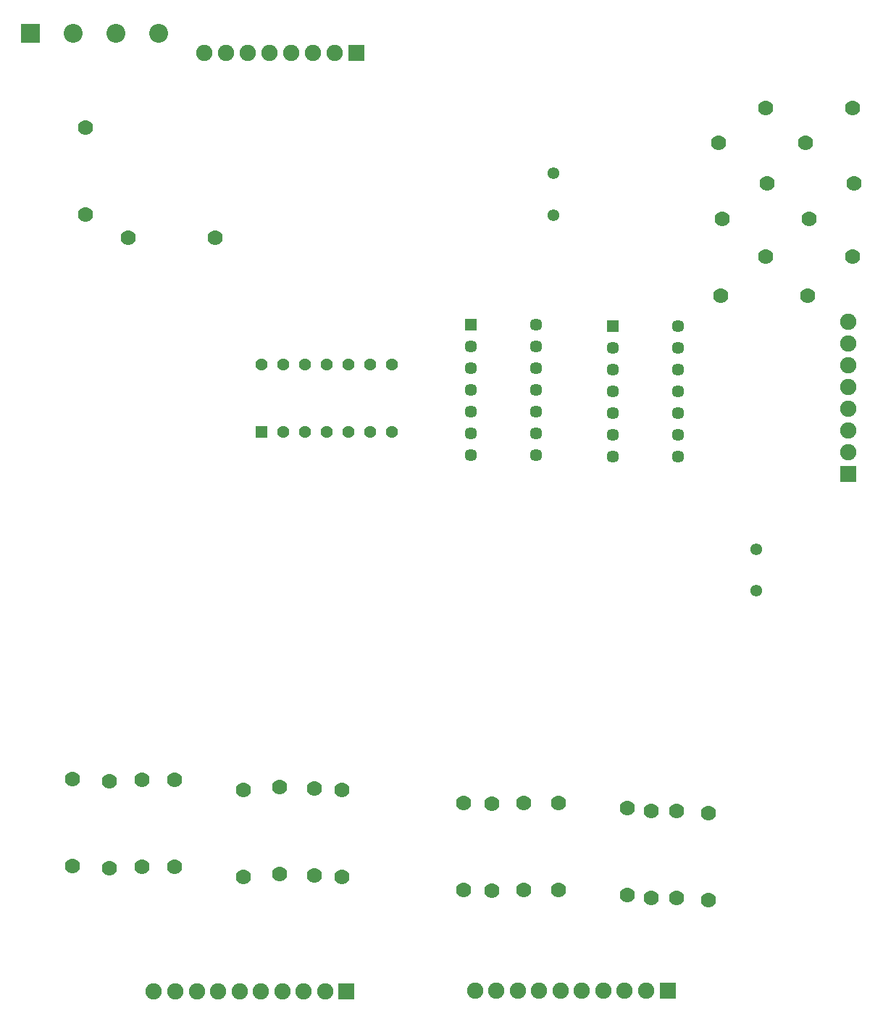
<source format=gbr>
G04 EasyPC Gerber Version 21.0.3 Build 4286 *
G04 #@! TF.Part,Single*
G04 #@! TF.FileFunction,Soldermask,Bot *
G04 #@! TF.FilePolarity,Negative *
%FSLAX35Y35*%
%MOIN*%
G04 #@! TA.AperFunction,ComponentPad*
%ADD114R,0.05661X0.05661*%
%ADD110R,0.05724X0.05724*%
%ADD112R,0.07496X0.07496*%
%ADD10R,0.08677X0.08677*%
%ADD116C,0.05449*%
%ADD115C,0.05661*%
%ADD111C,0.05724*%
%ADD12C,0.07000*%
%ADD113C,0.07496*%
%ADD11C,0.08677*%
X0Y0D02*
D02*
D10*
X23230Y453785D03*
D02*
D11*
X42915D03*
X62600D03*
X82285D03*
D02*
D12*
X42574Y70889D03*
Y110889D03*
X48689Y370603D03*
Y410603D03*
X59672Y69765D03*
Y109765D03*
X68345Y360057D03*
X74672Y70514D03*
Y110514D03*
X89672Y70514D03*
Y110514D03*
X108345Y360057D03*
X121329Y65826D03*
Y105826D03*
X137924Y67121D03*
Y107121D03*
X154013Y66723D03*
Y106723D03*
X166615Y65772D03*
Y105772D03*
X222415Y59781D03*
Y99781D03*
X235395Y59531D03*
Y99531D03*
X250246Y59781D03*
Y99781D03*
X266096Y60031D03*
Y100031D03*
X297935Y57636D03*
Y97636D03*
X308793Y56388D03*
Y96388D03*
X320649Y56138D03*
Y96138D03*
X335113Y55288D03*
Y95288D03*
X339730Y403739D03*
X340854Y333350D03*
X341478Y368544D03*
X361696Y351196D03*
Y419713D03*
X362320Y384893D03*
X379730Y403739D03*
X380854Y333350D03*
X381478Y368544D03*
X401696Y351196D03*
Y419713D03*
X402320Y384893D03*
D02*
D110*
X225886Y320043D03*
X291283Y319169D03*
D02*
D111*
X225886Y260043D03*
Y270043D03*
Y280043D03*
Y290043D03*
Y300043D03*
Y310043D03*
X255886Y260043D03*
Y270043D03*
Y280043D03*
Y290043D03*
Y300043D03*
Y310043D03*
Y320043D03*
X291283Y259169D03*
Y269169D03*
Y279169D03*
Y289169D03*
Y299169D03*
Y309169D03*
X321283Y259169D03*
Y269169D03*
Y279169D03*
Y289169D03*
Y299169D03*
Y309169D03*
Y319169D03*
D02*
D112*
X168625Y13230D03*
X173118Y444924D03*
X316392Y13479D03*
X399511Y251229D03*
D02*
D113*
X80043Y13230D03*
X89885D03*
X99728D03*
X103118Y444924D03*
X109570Y13230D03*
X113118Y444924D03*
X119413Y13230D03*
X123118Y444924D03*
X129255Y13230D03*
X133118Y444924D03*
X139098Y13230D03*
X143118Y444924D03*
X148940Y13230D03*
X153118Y444924D03*
X158783Y13230D03*
X163118Y444924D03*
X227809Y13479D03*
X237652D03*
X247494D03*
X257337D03*
X267180D03*
X277022D03*
X286865D03*
X296707D03*
X306550D03*
X399511Y261229D03*
Y271229D03*
Y281229D03*
Y291229D03*
Y301229D03*
Y311229D03*
Y321229D03*
D02*
D114*
X129639Y270674D03*
D02*
D115*
Y301674D03*
X139639Y270674D03*
Y301674D03*
X149639Y270674D03*
Y301674D03*
X159639Y270674D03*
Y301674D03*
X169639Y270674D03*
Y301674D03*
X179639Y270674D03*
Y301674D03*
X189639Y270674D03*
Y301674D03*
D02*
D116*
X263752Y370248D03*
Y389460D03*
X357203Y197443D03*
Y216655D03*
X0Y0D02*
M02*

</source>
